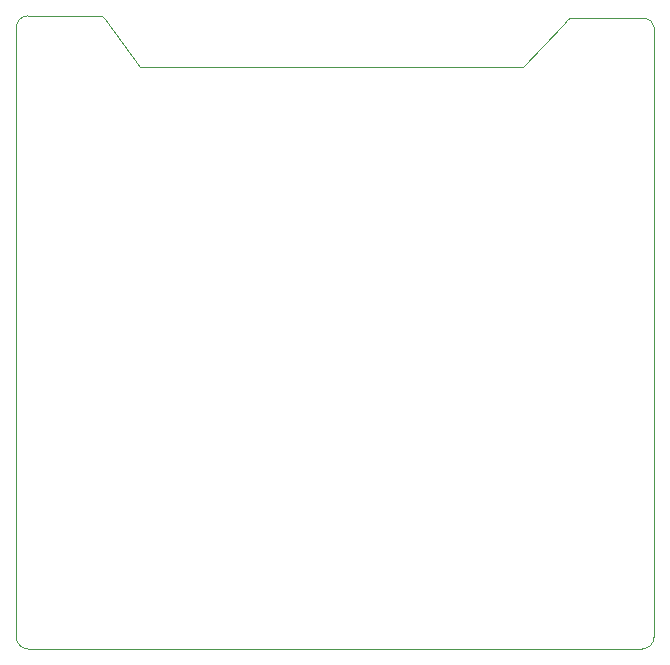
<source format=gbr>
%TF.GenerationSoftware,KiCad,Pcbnew,9.0.6-9.0.6~ubuntu22.04.1*%
%TF.CreationDate,2025-12-30T23:35:11+05:30*%
%TF.ProjectId,OverEngineered-PSU,4f766572-456e-4676-996e-65657265642d,rev?*%
%TF.SameCoordinates,Original*%
%TF.FileFunction,Profile,NP*%
%FSLAX46Y46*%
G04 Gerber Fmt 4.6, Leading zero omitted, Abs format (unit mm)*
G04 Created by KiCad (PCBNEW 9.0.6-9.0.6~ubuntu22.04.1) date 2025-12-30 23:35:11*
%MOMM*%
%LPD*%
G01*
G04 APERTURE LIST*
%TA.AperFunction,Profile*%
%ADD10C,0.050000*%
%TD*%
G04 APERTURE END LIST*
D10*
X102000000Y-76200000D02*
G75*
G02*
X103000000Y-75200000I1000000J0D01*
G01*
X149000000Y-75400000D02*
X148850000Y-75400000D01*
X144925000Y-79500000D02*
X112500000Y-79500000D01*
X148750000Y-75500000D02*
X148850000Y-75400000D01*
X102000000Y-127800000D02*
X102000000Y-76200000D01*
X112500000Y-79500000D02*
X109500000Y-75500000D01*
X109000000Y-75200000D02*
X109275000Y-75200000D01*
X103000000Y-128800000D02*
X155000000Y-128800000D01*
X156000000Y-127800000D02*
X156000000Y-76200000D01*
X109500000Y-75500000D02*
X109275000Y-75200000D01*
X155200000Y-75400000D02*
G75*
G02*
X156000000Y-76200000I0J-800000D01*
G01*
X156000000Y-127800000D02*
G75*
G02*
X155000000Y-128800000I-1000000J0D01*
G01*
X103000000Y-75200000D02*
X109000000Y-75200000D01*
X144925000Y-79500000D02*
X148250000Y-76000000D01*
X155200000Y-75400000D02*
X149000000Y-75400000D01*
X148750000Y-75500000D02*
X148250000Y-76000000D01*
X103000000Y-128800000D02*
G75*
G02*
X102000000Y-127800000I0J1000000D01*
G01*
M02*

</source>
